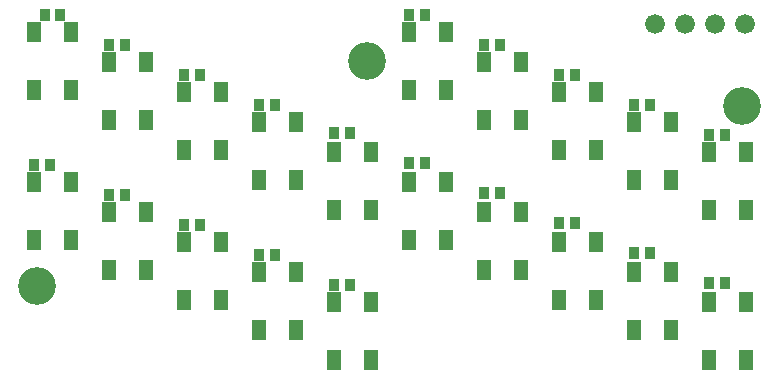
<source format=gbr>
G04 EAGLE Gerber RS-274X export*
G75*
%MOMM*%
%FSLAX34Y34*%
%LPD*%
%INSoldermask Bottom*%
%IPPOS*%
%AMOC8*
5,1,8,0,0,1.08239X$1,22.5*%
G01*
%ADD10C,3.200400*%
%ADD11R,1.152400X1.652400*%
%ADD12R,0.852400X1.052400*%
%ADD13C,1.676400*%


D10*
X317500Y279400D03*
X38100Y88900D03*
X635000Y241300D03*
D11*
X288800Y75300D03*
X320800Y75300D03*
X320800Y26300D03*
X288800Y26300D03*
X225300Y100700D03*
X257300Y100700D03*
X257300Y51700D03*
X225300Y51700D03*
X161800Y126100D03*
X193800Y126100D03*
X193800Y77100D03*
X161800Y77100D03*
X98300Y151500D03*
X130300Y151500D03*
X130300Y102500D03*
X98300Y102500D03*
X34800Y176900D03*
X66800Y176900D03*
X66800Y127900D03*
X34800Y127900D03*
X34800Y303900D03*
X66800Y303900D03*
X66800Y254900D03*
X34800Y254900D03*
X98300Y278500D03*
X130300Y278500D03*
X130300Y229500D03*
X98300Y229500D03*
X161800Y253100D03*
X193800Y253100D03*
X193800Y204100D03*
X161800Y204100D03*
X225300Y227700D03*
X257300Y227700D03*
X257300Y178700D03*
X225300Y178700D03*
X288800Y202300D03*
X320800Y202300D03*
X320800Y153300D03*
X288800Y153300D03*
X352300Y176900D03*
X384300Y176900D03*
X384300Y127900D03*
X352300Y127900D03*
X415800Y151500D03*
X447800Y151500D03*
X447800Y102500D03*
X415800Y102500D03*
X479300Y126100D03*
X511300Y126100D03*
X511300Y77100D03*
X479300Y77100D03*
X542800Y100700D03*
X574800Y100700D03*
X574800Y51700D03*
X542800Y51700D03*
X606300Y75300D03*
X638300Y75300D03*
X638300Y26300D03*
X606300Y26300D03*
X606300Y202300D03*
X638300Y202300D03*
X638300Y153300D03*
X606300Y153300D03*
X542800Y227700D03*
X574800Y227700D03*
X574800Y178700D03*
X542800Y178700D03*
X479300Y253100D03*
X511300Y253100D03*
X511300Y204100D03*
X479300Y204100D03*
X415800Y278500D03*
X447800Y278500D03*
X447800Y229500D03*
X415800Y229500D03*
X352300Y303900D03*
X384300Y303900D03*
X384300Y254900D03*
X352300Y254900D03*
D12*
X289410Y90170D03*
X302410Y90170D03*
X225910Y115570D03*
X238910Y115570D03*
X162410Y140970D03*
X175410Y140970D03*
X98910Y166370D03*
X111910Y166370D03*
X35410Y191770D03*
X48410Y191770D03*
X57300Y318770D03*
X44300Y318770D03*
X98910Y293370D03*
X111910Y293370D03*
X162410Y267970D03*
X175410Y267970D03*
X225910Y242570D03*
X238910Y242570D03*
X289410Y218440D03*
X302410Y218440D03*
X352910Y193040D03*
X365910Y193040D03*
X416410Y167640D03*
X429410Y167640D03*
X479910Y142240D03*
X492910Y142240D03*
X543410Y116840D03*
X556410Y116840D03*
X606910Y91440D03*
X619910Y91440D03*
X606910Y217170D03*
X619910Y217170D03*
X543410Y242570D03*
X556410Y242570D03*
X479910Y267970D03*
X492910Y267970D03*
X416410Y293370D03*
X429410Y293370D03*
X352910Y318770D03*
X365910Y318770D03*
D13*
X637540Y311150D03*
X612140Y311150D03*
X586740Y311150D03*
X561340Y311150D03*
M02*

</source>
